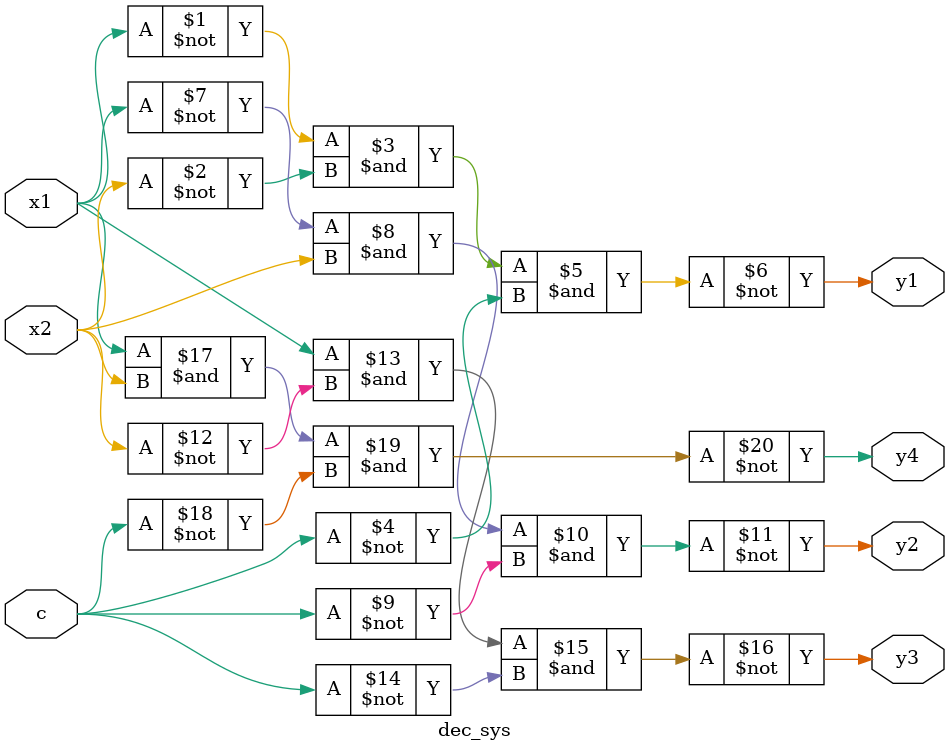
<source format=v>
module dec_sys (input x1, x2, c, output y1, y2, y3, y4);

assign y1 = ~(~x1 & ~x2 & ~c);
assign y2 = ~(~x1 & x2 & ~c);
assign y3 = ~(x1 & ~x2 & ~c);
assign y4 = ~(x1 & x2 & ~c);
endmodule

</source>
